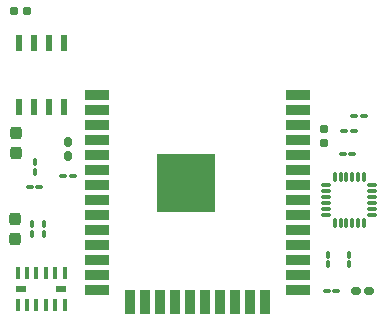
<source format=gts>
G04 #@! TF.GenerationSoftware,KiCad,Pcbnew,(6.0.1-0)*
G04 #@! TF.CreationDate,2022-01-30T17:40:57-05:00*
G04 #@! TF.ProjectId,impact_v1.1,696d7061-6374-45f7-9631-2e312e6b6963,rev?*
G04 #@! TF.SameCoordinates,Original*
G04 #@! TF.FileFunction,Soldermask,Top*
G04 #@! TF.FilePolarity,Negative*
%FSLAX46Y46*%
G04 Gerber Fmt 4.6, Leading zero omitted, Abs format (unit mm)*
G04 Created by KiCad (PCBNEW (6.0.1-0)) date 2022-01-30 17:40:57*
%MOMM*%
%LPD*%
G01*
G04 APERTURE LIST*
G04 Aperture macros list*
%AMRoundRect*
0 Rectangle with rounded corners*
0 $1 Rounding radius*
0 $2 $3 $4 $5 $6 $7 $8 $9 X,Y pos of 4 corners*
0 Add a 4 corners polygon primitive as box body*
4,1,4,$2,$3,$4,$5,$6,$7,$8,$9,$2,$3,0*
0 Add four circle primitives for the rounded corners*
1,1,$1+$1,$2,$3*
1,1,$1+$1,$4,$5*
1,1,$1+$1,$6,$7*
1,1,$1+$1,$8,$9*
0 Add four rect primitives between the rounded corners*
20,1,$1+$1,$2,$3,$4,$5,0*
20,1,$1+$1,$4,$5,$6,$7,0*
20,1,$1+$1,$6,$7,$8,$9,0*
20,1,$1+$1,$8,$9,$2,$3,0*%
G04 Aperture macros list end*
%ADD10RoundRect,0.100000X0.217500X0.100000X-0.217500X0.100000X-0.217500X-0.100000X0.217500X-0.100000X0*%
%ADD11R,0.533400X1.460500*%
%ADD12RoundRect,0.100000X-0.100000X0.217500X-0.100000X-0.217500X0.100000X-0.217500X0.100000X0.217500X0*%
%ADD13RoundRect,0.100000X0.100000X-0.217500X0.100000X0.217500X-0.100000X0.217500X-0.100000X-0.217500X0*%
%ADD14RoundRect,0.160000X0.222500X0.160000X-0.222500X0.160000X-0.222500X-0.160000X0.222500X-0.160000X0*%
%ADD15RoundRect,0.100000X-0.217500X-0.100000X0.217500X-0.100000X0.217500X0.100000X-0.217500X0.100000X0*%
%ADD16R,0.449200X1.117800*%
%ADD17R,0.813000X0.500000*%
%ADD18RoundRect,0.160000X-0.160000X0.222500X-0.160000X-0.222500X0.160000X-0.222500X0.160000X0.222500X0*%
%ADD19RoundRect,0.075000X0.075000X-0.350000X0.075000X0.350000X-0.075000X0.350000X-0.075000X-0.350000X0*%
%ADD20RoundRect,0.075000X0.350000X0.075000X-0.350000X0.075000X-0.350000X-0.075000X0.350000X-0.075000X0*%
%ADD21RoundRect,0.155000X0.155000X-0.212500X0.155000X0.212500X-0.155000X0.212500X-0.155000X-0.212500X0*%
%ADD22RoundRect,0.237500X-0.237500X0.300000X-0.237500X-0.300000X0.237500X-0.300000X0.237500X0.300000X0*%
%ADD23R,2.000000X0.900000*%
%ADD24R,0.900000X2.000000*%
%ADD25R,5.000000X5.000000*%
%ADD26RoundRect,0.237500X0.237500X-0.300000X0.237500X0.300000X-0.237500X0.300000X-0.237500X-0.300000X0*%
%ADD27RoundRect,0.155000X0.212500X0.155000X-0.212500X0.155000X-0.212500X-0.155000X0.212500X-0.155000X0*%
G04 APERTURE END LIST*
D10*
X165500000Y-90900000D03*
X164685000Y-90900000D03*
X164150000Y-102550000D03*
X163335000Y-102550000D03*
D11*
X141120000Y-81500000D03*
X139850000Y-81500000D03*
X138580000Y-81500000D03*
X137310000Y-81500000D03*
X137310000Y-86948300D03*
X138580000Y-86948300D03*
X139850000Y-86948300D03*
X141120000Y-86948300D03*
D12*
X163450000Y-99435000D03*
X163450000Y-100250000D03*
D13*
X139400000Y-97687500D03*
X139400000Y-96872500D03*
D14*
X166922500Y-102550000D03*
X165777500Y-102550000D03*
D15*
X164785000Y-88950000D03*
X165600000Y-88950000D03*
X141035000Y-92800000D03*
X141850000Y-92800000D03*
D10*
X166457500Y-87700000D03*
X165642500Y-87700000D03*
D16*
X141150002Y-100950000D03*
X140350001Y-100950000D03*
X139550000Y-100950000D03*
X138750002Y-100950000D03*
X137950001Y-100950000D03*
X137150002Y-100950000D03*
D17*
X137431503Y-102320901D03*
D16*
X137150000Y-103691802D03*
X137950001Y-103691802D03*
X138750002Y-103691802D03*
X139550000Y-103691802D03*
X140350001Y-103691802D03*
X141150000Y-103691802D03*
D17*
X140868499Y-102320901D03*
D18*
X141400000Y-89927500D03*
X141400000Y-91072500D03*
D19*
X164000000Y-96750000D03*
X164500000Y-96750000D03*
X165000000Y-96750000D03*
X165500000Y-96750000D03*
X166000000Y-96750000D03*
X166500000Y-96750000D03*
D20*
X167200000Y-96050000D03*
X167200000Y-95550000D03*
X167200000Y-95050000D03*
X167200000Y-94550000D03*
X167200000Y-94050000D03*
X167200000Y-93550000D03*
D19*
X166500000Y-92850000D03*
X166000000Y-92850000D03*
X165500000Y-92850000D03*
X165000000Y-92850000D03*
X164500000Y-92850000D03*
X164000000Y-92850000D03*
D20*
X163300000Y-93550000D03*
X163300000Y-94050000D03*
X163300000Y-94550000D03*
X163300000Y-95050000D03*
X163300000Y-95550000D03*
X163300000Y-96050000D03*
D12*
X138350000Y-96872500D03*
X138350000Y-97687500D03*
X165250000Y-99435000D03*
X165250000Y-100250000D03*
D21*
X163073800Y-89950000D03*
X163073800Y-88815000D03*
D10*
X139007500Y-93700000D03*
X138192500Y-93700000D03*
D12*
X138650000Y-91592500D03*
X138650000Y-92407500D03*
D22*
X136950000Y-96387500D03*
X136950000Y-98112500D03*
D23*
X143900000Y-85895000D03*
X143900000Y-87165000D03*
X143900000Y-88435000D03*
X143900000Y-89705000D03*
X143900000Y-90975000D03*
X143900000Y-92245000D03*
X143900000Y-93515000D03*
X143900000Y-94785000D03*
X143900000Y-96055000D03*
X143900000Y-97325000D03*
X143900000Y-98595000D03*
X143900000Y-99865000D03*
X143900000Y-101135000D03*
X143900000Y-102405000D03*
D24*
X146685000Y-103405000D03*
X147955000Y-103405000D03*
X149225000Y-103405000D03*
X150495000Y-103405000D03*
X151765000Y-103405000D03*
X153035000Y-103405000D03*
X154305000Y-103405000D03*
X155575000Y-103405000D03*
X156845000Y-103405000D03*
X158115000Y-103405000D03*
D23*
X160900000Y-102405000D03*
X160900000Y-101135000D03*
X160900000Y-99865000D03*
X160900000Y-98595000D03*
X160900000Y-97325000D03*
X160900000Y-96055000D03*
X160900000Y-94785000D03*
X160900000Y-93515000D03*
X160900000Y-92245000D03*
X160900000Y-90975000D03*
X160900000Y-89705000D03*
X160900000Y-88435000D03*
X160900000Y-87165000D03*
X160900000Y-85895000D03*
D25*
X151400000Y-93395000D03*
D26*
X137050000Y-90825000D03*
X137050000Y-89100000D03*
D27*
X137950000Y-78800000D03*
X136815000Y-78800000D03*
M02*

</source>
